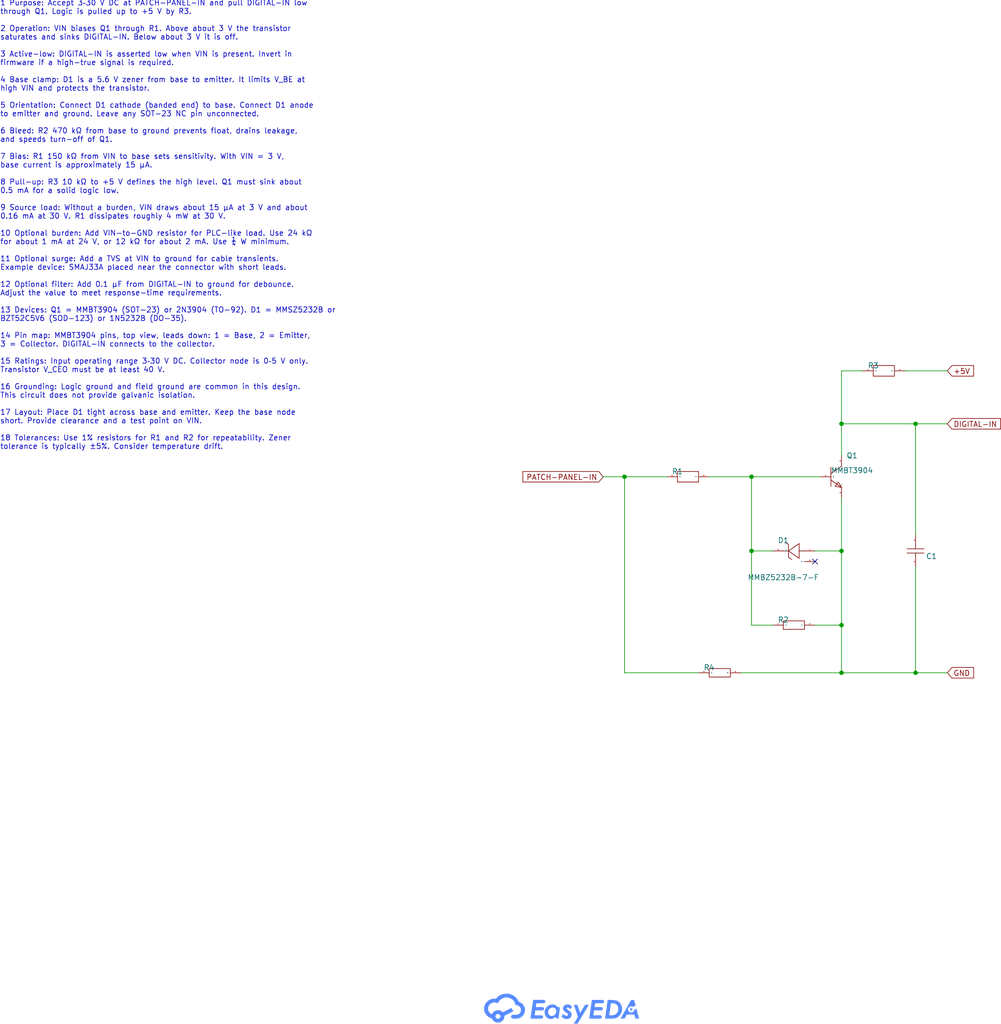
<source format=kicad_sch>
(kicad_sch (version 20250114) (generator "eeschema") (generator_version "9.0")
  (paper "User" 240.208 245.516)
  (lib_symbols
    (symbol "ProPrj_Pra-easyedapro:0603WAF2402T5E"
      (property "Reference" "R" (at 0 0 0))
      (symbol "0603WAF2402T5E_1_0"
        (pin input line (at -5.08 0 0) (length 2.54) (name "1") (number "1"))
        (pin input line (at 5.08 0 180) (length 2.54) (name "2") (number "2"))
      )
    )
    (symbol "ProPrj_Pra-easyedapro:CL10B103KB8NNNC"
      (property "Reference" "C" (at 0 0 0))
      (symbol "CL10B103KB8NNNC_1_0"
        (pin input line (at -3.81 0 0) (length 2.54) (name "1") (number "1"))
        (pin input line (at 3.81 0 180) (length 2.54) (name "2") (number "2"))
      )
    )
    (symbol "ProPrj_Pra-easyedapro:Drawing-Symbol_A4")
    (symbol "ProPrj_Pra-easyedapro:FRC0603F1503TS"
      (property "Reference" "R" (at 0 0 0))
      (symbol "FRC0603F1503TS_1_0"
        (pin unspecified line (at -5.08 0 0) (length 2.54) (name "1") (number "1"))
        (pin unspecified line (at 5.08 0 180) (length 2.54) (name "2") (number "2"))
      )
    )
    (symbol "ProPrj_Pra-easyedapro:FRC0603J103TS"
      (property "Reference" "R" (at 0 0 0))
      (symbol "FRC0603J103TS_1_0"
        (pin unspecified line (at -5.08 0 0) (length 2.54) (name "1") (number "1"))
        (pin unspecified line (at 5.08 0 180) (length 2.54) (name "2") (number "2"))
      )
    )
    (symbol "ProPrj_Pra-easyedapro:MMBT3904_C22374713"
      (property "Reference" "Q" (at 0 0 0))
      (symbol "MMBT3904_C22374713_1_0"
        (pin unspecified line (at -2.54 0 0) (length 2.54) (name "B") (number "1"))
        (pin unspecified line (at 2.54 5.08 270) (length 2.54) (name "C") (number "3"))
        (pin unspecified line (at 2.54 -5.08 90) (length 2.54) (name "E") (number "2"))
      )
    )
    (symbol "ProPrj_Pra-easyedapro:MMBZ5232B-7-F"
      (property "Reference" "D" (at 0 0 0))
      (symbol "MMBZ5232B-7-F_1_0"
        (pin unspecified line (at -5.08 0 0) (length 2.54) (name "C") (number "3"))
        (pin unspecified line (at 5.08 0 180) (length 2.54) (name "A") (number "1"))
        (pin unspecified line (at 5.08 -2.54 180) (length 2.54) (name "NC") (number "2"))
      )
    )
    (symbol "ProPrj_Pra-easyedapro:RC0603FR-07470KL"
      (property "Reference" "R" (at 0 0 0))
      (symbol "RC0603FR-07470KL_1_0"
        (pin input line (at -5.08 0 0) (length 2.54) (name "1") (number "1"))
        (pin input line (at 5.08 0 180) (length 2.54) (name "2") (number "2"))
      )
    )
  )
  (text "1 Purpose: Accept 3–30 V DC at PATCH-PANEL-IN and pull DIGITAL-IN low\nthrough Q1. Logic is pulled up to +5 V by R3.\n\n2 Operation: VIN biases Q1 through R1. Above about 3 V the transistor\nsaturates and sinks DIGITAL-IN. Below about 3 V it is off.\n\n3 Active-low: DIGITAL-IN is asserted low when VIN is present. Invert in\nfirmware if a high-true signal is required.\n\n4 Base clamp: D1 is a 5.6 V zener from base to emitter. It limits V_BE at\nhigh VIN and protects the transistor.\n\n5 Orientation: Connect D1 cathode (banded end) to base. Connect D1 anode\nto emitter and ground. Leave any SOT-23 NC pin unconnected.\n\n6 Bleed: R2 470 kΩ from base to ground prevents float, drains leakage,\nand speeds turn-off of Q1.\n\n7 Bias: R1 150 kΩ from VIN to base sets sensitivity. With VIN = 3 V,\nbase current is approximately 15 µA.\n\n8 Pull-up: R3 10 kΩ to +5 V defines the high level. Q1 must sink about\n0.5 mA for a solid logic low.\n\n9 Source load: Without a burden, VIN draws about 15 µA at 3 V and about\n0.16 mA at 30 V. R1 dissipates roughly 4 mW at 30 V.\n\n10 Optional burden: Add VIN-to-GND resistor for PLC-like load. Use 24 kΩ\nfor about 1 mA at 24 V, or 12 kΩ for about 2 mA. Use ¼ W minimum.\n\n11 Optional surge: Add a TVS at VIN to ground for cable transients.\nExample device: SMAJ33A placed near the connector with short leads.\n\n12 Optional filter: Add 0.1 µF from DIGITAL-IN to ground for debounce.\nAdjust the value to meet response-time requirements.\n\n13 Devices: Q1 = MMBT3904 (SOT-23) or 2N3904 (TO-92). D1 = MMSZ5232B or\nBZT52C5V6 (SOD-123) or 1N5232B (DO-35).\n\n14 Pin map: MMBT3904 pins, top view, leads down: 1 = Base, 2 = Emitter,\n3 = Collector. DIGITAL-IN connects to the collector.\n\n15 Ratings: Input operating range 3–30 V DC. Collector node is 0–5 V only.\nTransistor V_CEO must be at least 40 V.\n\n16 Grounding: Logic ground and field ground are common in this design.\nThis circuit does not provide galvanic isolation.\n\n17 Layout: Place D1 tight across base and emitter. Keep the base node\nshort. Provide clearance and a test point on VIN.\n\n18 Tolerances: Use 1% resistors for R1 and R2 for repeatability. Zener\ntolerance is typically ±5%. Consider temperature drift." (at 0 107.95 0) (effects (font (size 1.27 1.27)) (justify left bottom)))
  (junction (at 149.86 114.3))
  (junction (at 201.93 161.29))
  (junction (at 201.93 101.6))
  (junction (at 201.93 149.86))
  (junction (at 219.71 101.6))
  (junction (at 180.34 114.3))
  (junction (at 219.71 161.29))
  (junction (at 201.93 132.08))
  (junction (at 180.34 132.08))
  (no_connect (at 195.58 134.62))
  (wire (pts (xy 180.34 114.3) (xy 170.18 114.3)))
  (wire (pts (xy 207.01 88.9) (xy 201.93 88.9)))
  (wire (pts (xy 201.93 88.9) (xy 201.93 101.6)))
  (wire (pts (xy 219.71 128.27) (xy 219.71 101.6)))
  (wire (pts (xy 201.93 119.38) (xy 201.93 132.08)))
  (wire (pts (xy 144.78 114.3) (xy 149.86 114.3)))
  (wire (pts (xy 149.86 114.3) (xy 149.86 161.29)))
  (wire (pts (xy 201.93 132.08) (xy 195.58 132.08)))
  (wire (pts (xy 227.33 161.29) (xy 219.71 161.29)))
  (wire (pts (xy 180.34 132.08) (xy 185.42 132.08)))
  (wire (pts (xy 201.93 161.29) (xy 219.71 161.29)))
  (wire (pts (xy 201.93 101.6) (xy 219.71 101.6)))
  (wire (pts (xy 217.17 88.9) (xy 227.33 88.9)))
  (wire (pts (xy 201.93 109.22) (xy 201.93 101.6)))
  (wire (pts (xy 149.86 161.29) (xy 167.64 161.29)))
  (wire (pts (xy 201.93 149.86) (xy 195.58 149.86)))
  (wire (pts (xy 196.85 114.3) (xy 180.34 114.3)))
  (wire (pts (xy 185.42 149.86) (xy 180.34 149.86)))
  (wire (pts (xy 201.93 161.29) (xy 201.93 149.86)))
  (wire (pts (xy 219.71 135.89) (xy 219.71 161.29)))
  (wire (pts (xy 180.34 132.08) (xy 180.34 114.3)))
  (wire (pts (xy 149.86 114.3) (xy 160.02 114.3)))
  (wire (pts (xy 180.34 149.86) (xy 180.34 132.08)))
  (wire (pts (xy 227.33 101.6) (xy 219.71 101.6)))
  (wire (pts (xy 201.93 149.86) (xy 201.93 132.08)))
  (wire (pts (xy 201.93 161.29) (xy 177.8 161.29)))
  (global_label "GND" (shape input) (at 227.33 161.29 0) (property "Intersheetrefs" "${INTERSHEET_REFS}" (effects (hide yes))))
  (global_label "DIGITAL-IN" (shape input) (at 227.33 101.6 0) (property "Intersheetrefs" "${INTERSHEET_REFS}" (effects (hide yes))))
  (global_label "PATCH-PANEL-IN" (shape input) (at 144.78 114.3 180) (property "Intersheetrefs" "${INTERSHEET_REFS}" (effects (hide yes))))
  (global_label "+5V" (shape input) (at 227.33 88.9 0) (property "Intersheetrefs" "${INTERSHEET_REFS}" (effects (hide yes))))
  (symbol (lib_id "ProPrj_Pra-easyedapro:MMBZ5232B-7-F") (at 190.5 132.08 0) (unit 1)
    (property "Reference" "D1" (at 187.96 129.54 0))
    (property "Value" "MMBZ5232B-7-F" (at 187.96 138.43 0))
    (property "Footprint" "ProPrj_Pra-easyedapro:SOT-23-3_L2.9-W1.3-P1.90-LS2.4-BR" (effects (hide yes)))
    (property "Datasheet" "https://item.szlcsc.com/datasheet/MMBZ5232B-7-F/252734.html" (effects (hide yes)))
    (property "Description" "Diode Configuration:Independent Zener Voltage(Nom):5.6V Reverse Leakage Current (Ir):5uA@3V Zener Voltage(Range):5.32V~5.88V Zener Voltage(Range):5.32V~5.88V Pd - Power Dissipation:350mW Impedance(Zzt):11Ω Operating Junction Temperature Range:-65°C~+150°C O" (effects (hide yes)))
    (property "Manufacturer Part" "MMBZ5232B-7-F" (effects (hide yes)))
    (property "Manufacturer" "DIODES(美台)" (effects (hide yes)))
    (property "Supplier Part" "C260870" (effects (hide yes)))
    (property "Supplier" "LCSC" (effects (hide yes)))
    (property "LCSC Part Name" "齐纳二极管 5.6V 350mW" (effects (hide yes)))
  )
  (symbol (lib_id "ProPrj_Pra-easyedapro:MMBT3904_C22374713") (at 199.39 114.3 0) (unit 1)
    (property "Reference" "Q1" (at 204.47 109.22 0))
    (property "Value" "MMBT3904" (at 204.47 112.776 0))
    (property "Footprint" "ProPrj_Pra-easyedapro:SOT-23-3_L2.9-W1.3-P1.90-LS2.4-BR" (effects (hide yes)))
    (property "Datasheet" "https://atta.szlcsc.com/upload/public/pdf/source/20240402/5DDCD9F172A0F6C20D9FAF0C25C6F6AF.pdf" (effects (hide yes)))
    (property "Manufacturer Part" "MMBT3904" (effects (hide yes)))
    (property "Manufacturer" "DOWO(东沃)" (effects (hide yes)))
    (property "Supplier Part" "C22374713" (effects (hide yes)))
    (property "Supplier" "LCSC" (effects (hide yes)))
    (property "LCSC Part Name" "MMBT3904" (effects (hide yes)))
  )
  (symbol (lib_id "ProPrj_Pra-easyedapro:FRC0603J103TS") (at 212.09 88.9 0) (unit 1)
    (property "Reference" "R3" (at 209.55 87.63 0))
    (property "Value" "10kΩ" (effects (hide yes)))
    (property "Footprint" "ProPrj_Pra-easyedapro:R0603" (effects (hide yes)))
    (property "Datasheet" "https://atta.szlcsc.com/upload/public/pdf/source/20211221/925EC7D7225764EE0046F22065062C87.pdf" (effects (hide yes)))
    (property "Description" "Type:Thick Film Resistors Resistance:10kΩ Tolerance:±5% Tolerance:±5% Power(Watts):0.1W Voltage-Supply(Max):75V Temperature Coefficient:±100ppm/°C Temperature Coefficient:±100ppm/°C Operating Temperature:-55°C~+155°C Operating Temperature:-55°C~+155°C" (effects (hide yes)))
    (property "Manufacturer Part" "FRC0603J103 TS" (effects (hide yes)))
    (property "Manufacturer" "FOJAN(富捷)" (effects (hide yes)))
    (property "Supplier Part" "C2930027" (effects (hide yes)))
    (property "Supplier" "LCSC" (effects (hide yes)))
    (property "LCSC Part Name" "10kΩ ±5% 100mW 厚膜电阻" (effects (hide yes)))
  )
  (symbol (lib_id "ProPrj_Pra-easyedapro:0603WAF2402T5E") (at 172.72 161.29 0) (unit 1)
    (property "Reference" "R4" (at 170.18 160.02 0))
    (property "Value" "24kΩ" (effects (hide yes)))
    (property "Footprint" "ProPrj_Pra-easyedapro:R0603" (effects (hide yes)))
    (property "Datasheet" "https://atta.szlcsc.com/upload/public/pdf/source/20200306/C422600_1E6D84923E4A46A82E41ADD87F860B5C.pdf" (effects (hide yes)))
    (property "Description" "Type:Thick Film Resistors Resistance:24kΩ Tolerance:±1% Tolerance:±1% Power(Watts): Overload Voltage (Max): Temperature Coefficient:±100ppm/°C Temperature Coefficient:±100ppm/°C Operating Temperature Range:-55°C~+155°C Operating Temperature Range:-55°C~+155°C" (effects (hide yes)))
    (property "Manufacturer Part" "0603WAF2402T5E" (effects (hide yes)))
    (property "Manufacturer" "UNI-ROYAL(厚声)" (effects (hide yes)))
    (property "Supplier Part" "C23352" (effects (hide yes)))
    (property "Supplier" "LCSC" (effects (hide yes)))
    (property "LCSC Part Name" "24kΩ ±1% 100mW 厚膜电阻" (effects (hide yes)))
  )
  (symbol (lib_id "ProPrj_Pra-easyedapro:CL10B103KB8NNNC") (at 219.71 132.08 90) (unit 1)
    (property "Reference" "C1" (at 223.52 133.35 90))
    (property "Value" "10nF" (effects (hide yes)))
    (property "Footprint" "ProPrj_Pra-easyedapro:C0603" (effects (hide yes)))
    (property "Datasheet" "https://atta.szlcsc.com/upload/public/pdf/source/20160218/1457707763339.pdf" (effects (hide yes)))
    (property "Description" "Capacitance: Tolerance:±10% Tolerance:±10% Voltage Rated: Temperature Coefficient:" (effects (hide yes)))
    (property "Manufacturer Part" "CL10B103KB8NNNC" (effects (hide yes)))
    (property "Manufacturer" "SAMSUNG(三星)" (effects (hide yes)))
    (property "Supplier Part" "C1589" (effects (hide yes)))
    (property "Supplier" "LCSC" (effects (hide yes)))
    (property "LCSC Part Name" "10nF ±10% 50V" (effects (hide yes)))
  )
  (symbol (lib_id "ProPrj_Pra-easyedapro:RC0603FR-07470KL") (at 190.5 149.86 0) (unit 1)
    (property "Reference" "R2" (at 187.96 148.59 0))
    (property "Value" "470kΩ" (effects (hide yes)))
    (property "Footprint" "ProPrj_Pra-easyedapro:R0603" (effects (hide yes)))
    (property "Datasheet" "https://atta.szlcsc.com/upload/public/pdf/source/20250610/89E4D743C004A82A45145C7A2CC3A578.pdf" (effects (hide yes)))
    (property "Description" "Type:Thick Film Resistor Resistance:470kΩ Tolerance:±1% Tolerance:±1% Power(Watts):100mW Voltage-Supply(Max):75V Temperature Coefficient:±100ppm/°C Temperature Coefficient:±100ppm/°C Operating Temperature:-55°C~+155°C Operating Temperature:-55°C~+155°C" (effects (hide yes)))
    (property "Manufacturer Part" "RC0603FR-07470KL" (effects (hide yes)))
    (property "Manufacturer" "YAGEO(国巨)" (effects (hide yes)))
    (property "Supplier Part" "C114622" (effects (hide yes)))
    (property "Supplier" "LCSC" (effects (hide yes)))
    (property "LCSC Part Name" "厚膜电阻 470kΩ ±1% 100mW" (effects (hide yes)))
  )
  (symbol (lib_id "ProPrj_Pra-easyedapro:Drawing-Symbol_A4") (at -8.89 248.92 0) (unit 1)
    (property "Reference" "?" (at -8.89 248.92 0))
    (property "Footprint" "ProPrj_Pra-easyedapro:" (effects (hide yes)))
    (property "@Board Name" "Universal Digital Input" (at -8.89 248.92 0))
    (property "@Create Date" "2025-08-12" (at -8.89 248.92 0))
    (property "@Create Time" "20:40:08" (at -8.89 248.92 0))
    (property "@Page Count" "1" (at -8.89 248.92 0))
    (property "@Page Name" "P1" (at -8.89 248.92 0))
    (property "@Page No" "1" (at -8.89 248.92 0))
    (property "@Project Name" "Practice 4 layer" (at -8.89 248.92 0))
    (property "@Schematic Name" "Uni Digital In" (at -8.89 248.92 0))
    (property "@Update Date" "2025-08-21" (at -8.89 248.92 0))
    (property "@Update Time" "17:54:15" (at -8.89 248.92 0))
    (property "Blade Width" "10" (at -8.89 248.92 0))
    (property "Border" "1" (at -8.89 248.92 0))
    (property "Company" "EasyEDA.com" (at -8.89 248.92 0))
    (property "Height" "825" (at -8.89 248.92 0))
    (property "Page Size" "A4" (at -8.89 248.92 0))
    (property "Region Start" "1" (at -8.89 248.92 0))
    (property "Title Block" "1" (at -8.89 248.92 0))
    (property "Title Block Position" "3" (at -8.89 248.92 0))
    (property "Version" "V1.0" (at -8.89 248.92 0))
    (property "Width" "1170" (at -8.89 248.92 0))
    (property "X Region Count" "6" (at -8.89 248.92 0))
    (property "Y Region Count" "4" (at -8.89 248.92 0))
  )
  (symbol (lib_id "ProPrj_Pra-easyedapro:FRC0603F1503TS") (at 165.1 114.3 0) (unit 1)
    (property "Reference" "R1" (at 162.56 113.03 0))
    (property "Value" "150kΩ" (effects (hide yes)))
    (property "Footprint" "ProPrj_Pra-easyedapro:R0603" (effects (hide yes)))
    (property "Datasheet" "https://atta.szlcsc.com/upload/public/pdf/source/20211221/925EC7D7225764EE0046F22065062C87.pdf" (effects (hide yes)))
    (property "Description" "Type:Thick Film Resistors Resistance:150kΩ Tolerance:±1% Tolerance:±1% Power(Watts): Overload Voltage (Max): Temperature Coefficient:±100ppm/°C Temperature Coefficient:±100ppm/°C Operating Temperature Range:-55°C~+155°C Operating Temperature Range:-55°C~+155°C" (effects (hide yes)))
    (property "Manufacturer Part" "FRC0603F1503TS" (effects (hide yes)))
    (property "Manufacturer" "FOJAN(富捷)" (effects (hide yes)))
    (property "Supplier Part" "C2906993" (effects (hide yes)))
    (property "Supplier" "LCSC" (effects (hide yes)))
    (property "LCSC Part Name" "150kΩ ±1% 100mW 厚膜电阻" (effects (hide yes)))
  )
)
</source>
